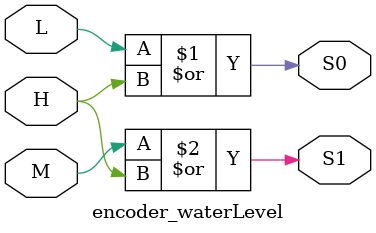
<source format=v>
module encoder_waterLevel(
input L,
input M,
input H,
output S0,
output S1
);

	
	or Or0(S0, L, H);
	or Or1(S1, M, H);
	
	



endmodule 
</source>
